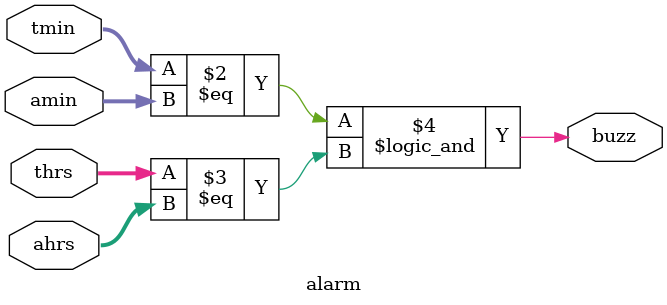
<source format=sv>
module alarm(
  input[6:0] tmin,
             amin,
			 thrs,
			 ahrs,
  output logic buzz
);

  always_comb
    buzz = tmin==amin && thrs==ahrs;

endmodule
</source>
